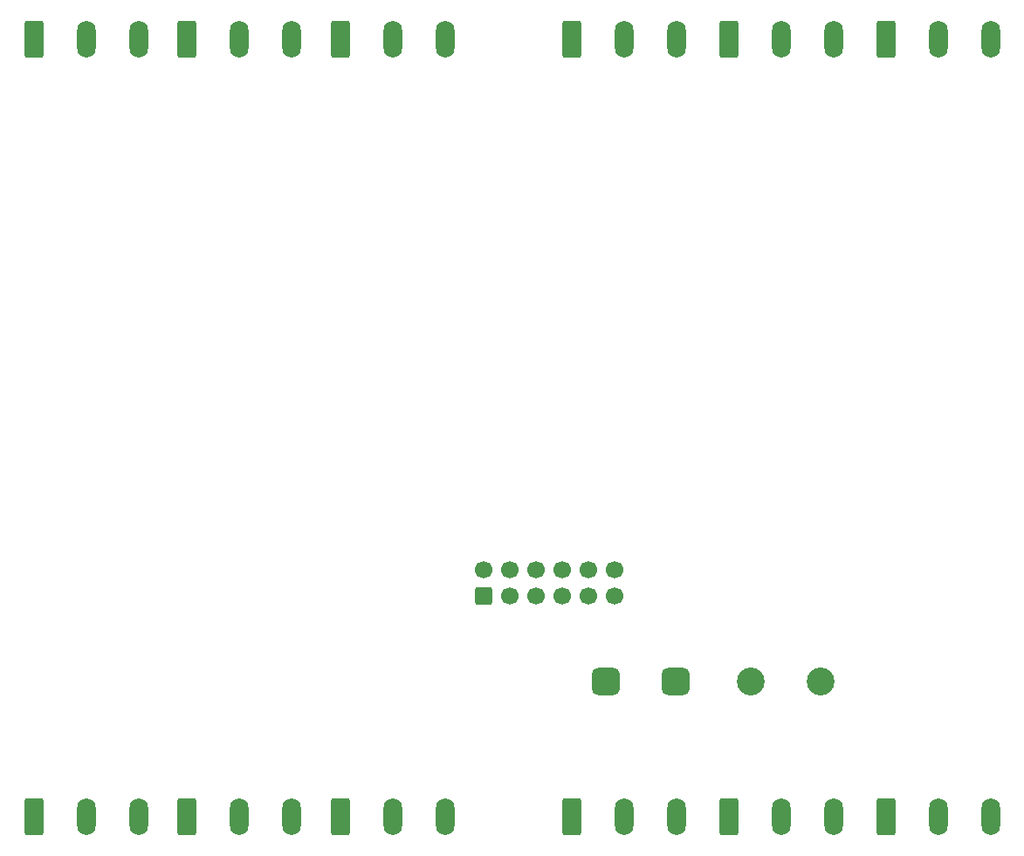
<source format=gbr>
%TF.GenerationSoftware,KiCad,Pcbnew,9.0.0*%
%TF.CreationDate,2025-03-19T14:29:07+05:00*%
%TF.ProjectId,TC_OAMP,54435f4f-414d-4502-9e6b-696361645f70,rev?*%
%TF.SameCoordinates,Original*%
%TF.FileFunction,Soldermask,Bot*%
%TF.FilePolarity,Negative*%
%FSLAX46Y46*%
G04 Gerber Fmt 4.6, Leading zero omitted, Abs format (unit mm)*
G04 Created by KiCad (PCBNEW 9.0.0) date 2025-03-19 14:29:07*
%MOMM*%
%LPD*%
G01*
G04 APERTURE LIST*
G04 Aperture macros list*
%AMRoundRect*
0 Rectangle with rounded corners*
0 $1 Rounding radius*
0 $2 $3 $4 $5 $6 $7 $8 $9 X,Y pos of 4 corners*
0 Add a 4 corners polygon primitive as box body*
4,1,4,$2,$3,$4,$5,$6,$7,$8,$9,$2,$3,0*
0 Add four circle primitives for the rounded corners*
1,1,$1+$1,$2,$3*
1,1,$1+$1,$4,$5*
1,1,$1+$1,$6,$7*
1,1,$1+$1,$8,$9*
0 Add four rect primitives between the rounded corners*
20,1,$1+$1,$2,$3,$4,$5,0*
20,1,$1+$1,$4,$5,$6,$7,0*
20,1,$1+$1,$6,$7,$8,$9,0*
20,1,$1+$1,$8,$9,$2,$3,0*%
G04 Aperture macros list end*
%ADD10RoundRect,0.250000X-0.650000X-1.550000X0.650000X-1.550000X0.650000X1.550000X-0.650000X1.550000X0*%
%ADD11O,1.800000X3.600000*%
%ADD12RoundRect,0.675000X-0.675000X-0.675000X0.675000X-0.675000X0.675000X0.675000X-0.675000X0.675000X0*%
%ADD13C,2.700000*%
%ADD14RoundRect,0.250000X0.600000X-0.600000X0.600000X0.600000X-0.600000X0.600000X-0.600000X-0.600000X0*%
%ADD15C,1.700000*%
G04 APERTURE END LIST*
D10*
%TO.C,X6*%
X187640000Y-68850000D03*
D11*
X192720000Y-68850000D03*
X197800000Y-68850000D03*
%TD*%
D10*
%TO.C,X3*%
X134780000Y-68850000D03*
D11*
X139860000Y-68850000D03*
X144940000Y-68850000D03*
%TD*%
D10*
%TO.C,X10*%
X157160000Y-144350000D03*
D11*
X162240000Y-144350000D03*
X167320000Y-144350000D03*
%TD*%
D10*
%TO.C,X1*%
X105000000Y-68850000D03*
D11*
X110080000Y-68850000D03*
X115160000Y-68850000D03*
%TD*%
D10*
%TO.C,X7*%
X105000000Y-144350000D03*
D11*
X110080000Y-144350000D03*
X115160000Y-144350000D03*
%TD*%
D10*
%TO.C,X8*%
X119890000Y-144350000D03*
D11*
X124970000Y-144350000D03*
X130050000Y-144350000D03*
%TD*%
D10*
%TO.C,X4*%
X157160000Y-68850000D03*
D11*
X162240000Y-68850000D03*
X167320000Y-68850000D03*
%TD*%
D10*
%TO.C,X11*%
X172400000Y-144350000D03*
D11*
X177480000Y-144350000D03*
X182560000Y-144350000D03*
%TD*%
D10*
%TO.C,X2*%
X119890000Y-68850000D03*
D11*
X124970000Y-68850000D03*
X130050000Y-68850000D03*
%TD*%
D10*
%TO.C,X5*%
X172400000Y-68850000D03*
D11*
X177480000Y-68850000D03*
X182560000Y-68850000D03*
%TD*%
D12*
%TO.C,F1*%
X160479999Y-131170000D03*
X167239999Y-131170000D03*
D13*
X174519999Y-131170000D03*
X181279999Y-131170000D03*
%TD*%
D10*
%TO.C,X12*%
X187640000Y-144350000D03*
D11*
X192720000Y-144350000D03*
X197800000Y-144350000D03*
%TD*%
D10*
%TO.C,X9*%
X134780000Y-144350000D03*
D11*
X139860000Y-144350000D03*
X144940000Y-144350000D03*
%TD*%
D14*
%TO.C,X13*%
X148610000Y-122880000D03*
D15*
X148610000Y-120340000D03*
X151150000Y-122880000D03*
X151150000Y-120340000D03*
X153689999Y-122880000D03*
X153690000Y-120340000D03*
X156230000Y-122880000D03*
X156230000Y-120340000D03*
X158770000Y-122880000D03*
X158770000Y-120340000D03*
X161310000Y-122880000D03*
X161310000Y-120340000D03*
%TD*%
M02*

</source>
